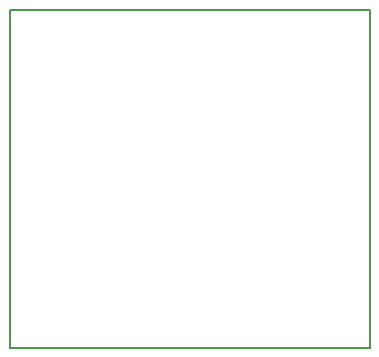
<source format=gko>
G04 DipTrace 3.1.0.1*
G04 MSP430FR2311BreakOutv3.gko*
%MOIN*%
G04 #@! TF.FileFunction,Profile*
G04 #@! TF.Part,Single*
%ADD11C,0.006*%
%FSLAX26Y26*%
G04*
G70*
G90*
G75*
G01*
G04 BoardOutline*
%LPD*%
X394000Y1520509D2*
D11*
X1592556D1*
Y394000D1*
X394000D1*
Y1520509D1*
M02*

</source>
